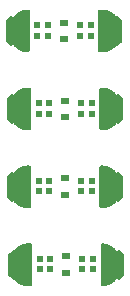
<source format=gbr>
%TF.GenerationSoftware,KiCad,Pcbnew,7.0.7*%
%TF.CreationDate,2023-12-01T17:39:10+08:00*%
%TF.ProjectId,Adafruit LED Sequin-WithRails,41646166-7275-4697-9420-4c4544205365,rev?*%
%TF.SameCoordinates,Original*%
%TF.FileFunction,Soldermask,Top*%
%TF.FilePolarity,Negative*%
%FSLAX46Y46*%
G04 Gerber Fmt 4.6, Leading zero omitted, Abs format (unit mm)*
G04 Created by KiCad (PCBNEW 7.0.7) date 2023-12-01 17:39:10*
%MOMM*%
%LPD*%
G01*
G04 APERTURE LIST*
%ADD10C,0.500000*%
%ADD11R,0.500000X0.500000*%
%ADD12R,0.800000X0.600000*%
G04 APERTURE END LIST*
D10*
%TO.C,REF\u002A\u002A*%
X54463268Y-62199988D03*
%TD*%
%TO.C,REF\u002A\u002A*%
X54363268Y-48999988D03*
%TD*%
%TO.C,REF\u002A\u002A*%
X45536715Y-57599988D03*
%TD*%
D11*
%TO.C,LED0*%
X51350005Y-62699977D03*
X51350005Y-63599977D03*
X52250005Y-63599977D03*
X52250005Y-62699977D03*
%TD*%
D10*
%TO.C,REF\u002A\u002A*%
X54363279Y-50999988D03*
%TD*%
D11*
%TO.C,LED0*%
X51250005Y-49499977D03*
X51250005Y-50399977D03*
X52150005Y-50399977D03*
X52150005Y-49499977D03*
%TD*%
%TO.C,LED0*%
X48750005Y-70199977D03*
X48750005Y-69299977D03*
X47850005Y-69299977D03*
X47850005Y-70199977D03*
%TD*%
D10*
%TO.C,REF\u002A\u002A*%
X45401002Y-63199987D03*
%TD*%
D11*
%TO.C,LED0*%
X48550005Y-50399977D03*
X48550005Y-49499977D03*
X47650005Y-49499977D03*
X47650005Y-50399977D03*
%TD*%
D10*
%TO.C,REF\u002A\u002A*%
X54499005Y-49999987D03*
%TD*%
D12*
%TO.C,REF\u002A\u002A*%
X50000000Y-57300000D03*
X50000000Y-55900000D03*
%TD*%
D11*
%TO.C,LED0*%
X48650000Y-56999977D03*
X48650000Y-56099977D03*
X47750000Y-56099977D03*
X47750000Y-56999977D03*
%TD*%
D10*
%TO.C,REF\u002A\u002A*%
X54563279Y-70799988D03*
%TD*%
%TO.C,REF\u002A\u002A*%
X54463279Y-64199988D03*
%TD*%
%TO.C,REF\u002A\u002A*%
X54463274Y-57599988D03*
%TD*%
%TO.C,REF\u002A\u002A*%
X45636731Y-68799988D03*
%TD*%
%TO.C,REF\u002A\u002A*%
X45636720Y-70799988D03*
%TD*%
%TO.C,REF\u002A\u002A*%
X45536731Y-62199988D03*
%TD*%
D12*
%TO.C,REF\u002A\u002A*%
X50100005Y-70500000D03*
X50100005Y-69100000D03*
%TD*%
D11*
%TO.C,LED0*%
X51350000Y-56099977D03*
X51350000Y-56999977D03*
X52250000Y-56999977D03*
X52250000Y-56099977D03*
%TD*%
D10*
%TO.C,REF\u002A\u002A*%
X45501002Y-69799987D03*
%TD*%
D12*
%TO.C,REF\u002A\u002A*%
X49900005Y-50700000D03*
X49900005Y-49300000D03*
%TD*%
D10*
%TO.C,REF\u002A\u002A*%
X54599005Y-63199987D03*
%TD*%
D11*
%TO.C,LED0*%
X51450005Y-69299977D03*
X51450005Y-70199977D03*
X52350005Y-70199977D03*
X52350005Y-69299977D03*
%TD*%
D10*
%TO.C,REF\u002A\u002A*%
X54463263Y-55599988D03*
%TD*%
%TO.C,REF\u002A\u002A*%
X54563268Y-68799988D03*
%TD*%
%TO.C,REF\u002A\u002A*%
X45436731Y-48999988D03*
%TD*%
%TO.C,REF\u002A\u002A*%
X45400997Y-56599987D03*
%TD*%
%TO.C,REF\u002A\u002A*%
X45436720Y-50999988D03*
%TD*%
%TO.C,REF\u002A\u002A*%
X54599000Y-56599987D03*
%TD*%
%TO.C,REF\u002A\u002A*%
X45536726Y-55599988D03*
%TD*%
%TO.C,REF\u002A\u002A*%
X45536720Y-64199988D03*
%TD*%
D12*
%TO.C,REF\u002A\u002A*%
X50000005Y-63900000D03*
X50000005Y-62500000D03*
%TD*%
D10*
%TO.C,REF\u002A\u002A*%
X45301002Y-49999987D03*
%TD*%
%TO.C,REF\u002A\u002A*%
X54699005Y-69799987D03*
%TD*%
D11*
%TO.C,LED0*%
X48650005Y-63599977D03*
X48650005Y-62699977D03*
X47750005Y-62699977D03*
X47750005Y-63599977D03*
%TD*%
G36*
X47142120Y-68019023D02*
G01*
X47188613Y-68072678D01*
X47200000Y-68125021D01*
X47200000Y-71475000D01*
X47179998Y-71543121D01*
X47126342Y-71589614D01*
X47074000Y-71601000D01*
X46799999Y-71601000D01*
X46728355Y-71599145D01*
X46725044Y-71598972D01*
X46655218Y-71593478D01*
X46651936Y-71593133D01*
X46582437Y-71583984D01*
X46579178Y-71583468D01*
X46510351Y-71570710D01*
X46507127Y-71570025D01*
X46439029Y-71553678D01*
X46435842Y-71552825D01*
X46368672Y-71532929D01*
X46365532Y-71531909D01*
X46299446Y-71508506D01*
X46296366Y-71507323D01*
X46231658Y-71480519D01*
X46228646Y-71479178D01*
X46165474Y-71449047D01*
X46162535Y-71447550D01*
X46100958Y-71414118D01*
X46098101Y-71412468D01*
X46038334Y-71375843D01*
X46035567Y-71374046D01*
X45977861Y-71334384D01*
X45975192Y-71332445D01*
X45919635Y-71289814D01*
X45917073Y-71287739D01*
X45863814Y-71242254D01*
X45861364Y-71240047D01*
X45810563Y-71191843D01*
X45808228Y-71189508D01*
X45759961Y-71138644D01*
X45757754Y-71136192D01*
X45712271Y-71082938D01*
X45710195Y-71080374D01*
X45667550Y-71024796D01*
X45665612Y-71022128D01*
X45625965Y-70964441D01*
X45624168Y-70961674D01*
X45587549Y-70901917D01*
X45585899Y-70899060D01*
X45552484Y-70837518D01*
X45550987Y-70834580D01*
X45534498Y-70800011D01*
X45326000Y-70800011D01*
X45257879Y-70780009D01*
X45211386Y-70726353D01*
X45200000Y-70674011D01*
X45200000Y-68926011D01*
X45220002Y-68857890D01*
X45273658Y-68811397D01*
X45326000Y-68800011D01*
X45534509Y-68800011D01*
X45550987Y-68765465D01*
X45552484Y-68762526D01*
X45585899Y-68700984D01*
X45587549Y-68698127D01*
X45624168Y-68638370D01*
X45625965Y-68635603D01*
X45665612Y-68577916D01*
X45667550Y-68575248D01*
X45710195Y-68519670D01*
X45712271Y-68517106D01*
X45757754Y-68463852D01*
X45759961Y-68461400D01*
X45808228Y-68410536D01*
X45810563Y-68408201D01*
X45861364Y-68359997D01*
X45863814Y-68357790D01*
X45917073Y-68312305D01*
X45919635Y-68310230D01*
X45975183Y-68267606D01*
X45977853Y-68265666D01*
X46035614Y-68225968D01*
X46038382Y-68224171D01*
X46098108Y-68187573D01*
X46100964Y-68185924D01*
X46162534Y-68152495D01*
X46165473Y-68150997D01*
X46228642Y-68120867D01*
X46231656Y-68119526D01*
X46296412Y-68092702D01*
X46299493Y-68091520D01*
X46365488Y-68068150D01*
X46368624Y-68067131D01*
X46435780Y-68047237D01*
X46438968Y-68046383D01*
X46507130Y-68030018D01*
X46510358Y-68029332D01*
X46579244Y-68016566D01*
X46582503Y-68016050D01*
X46651929Y-68006911D01*
X46655208Y-68006567D01*
X46725005Y-68001073D01*
X46728300Y-68000900D01*
X46799994Y-67999023D01*
X47073999Y-67999021D01*
X47142120Y-68019023D01*
G37*
G36*
X47042120Y-61419015D02*
G01*
X47088613Y-61472670D01*
X47100000Y-61525013D01*
X47100000Y-64875000D01*
X47079998Y-64943121D01*
X47026342Y-64989614D01*
X46974000Y-65001000D01*
X46800000Y-65001000D01*
X46728363Y-64999137D01*
X46725059Y-64998965D01*
X46655214Y-64993469D01*
X46651932Y-64993125D01*
X46582494Y-64983984D01*
X46579235Y-64983468D01*
X46510309Y-64970692D01*
X46507084Y-64970007D01*
X46439019Y-64953667D01*
X46435833Y-64952813D01*
X46368659Y-64932916D01*
X46365521Y-64931897D01*
X46299510Y-64908522D01*
X46296431Y-64907339D01*
X46231656Y-64880510D01*
X46228641Y-64879167D01*
X46165421Y-64849011D01*
X46162482Y-64847514D01*
X46100915Y-64814084D01*
X46098059Y-64812435D01*
X46038344Y-64775840D01*
X46035578Y-64774044D01*
X45977896Y-64734400D01*
X45975228Y-64732461D01*
X45919601Y-64689779D01*
X45917035Y-64687701D01*
X45863778Y-64642211D01*
X45861327Y-64640005D01*
X45810517Y-64591787D01*
X45808184Y-64589454D01*
X45760001Y-64538679D01*
X45757795Y-64536229D01*
X45712307Y-64482973D01*
X45710229Y-64480407D01*
X45667545Y-64424780D01*
X45665605Y-64422109D01*
X45625941Y-64364393D01*
X45624145Y-64361627D01*
X45587546Y-64301902D01*
X45585897Y-64299046D01*
X45552494Y-64237524D01*
X45550996Y-64234586D01*
X45534501Y-64200006D01*
X45226000Y-64200006D01*
X45157879Y-64180004D01*
X45111386Y-64126348D01*
X45100000Y-64074006D01*
X45100000Y-62326006D01*
X45120002Y-62257885D01*
X45173658Y-62211392D01*
X45226000Y-62200006D01*
X45534507Y-62200006D01*
X45550987Y-62165456D01*
X45552485Y-62162516D01*
X45585898Y-62100980D01*
X45587546Y-62098124D01*
X45624145Y-62038399D01*
X45625941Y-62035633D01*
X45665605Y-61977917D01*
X45667545Y-61975246D01*
X45710229Y-61919619D01*
X45712307Y-61917053D01*
X45757796Y-61863797D01*
X45760002Y-61861346D01*
X45808220Y-61810536D01*
X45810553Y-61808203D01*
X45861328Y-61760020D01*
X45863778Y-61757814D01*
X45917035Y-61712325D01*
X45919601Y-61710247D01*
X45975228Y-61667565D01*
X45977896Y-61665626D01*
X46035578Y-61625982D01*
X46038344Y-61624186D01*
X46098059Y-61587591D01*
X46100915Y-61585942D01*
X46162482Y-61552512D01*
X46165421Y-61551015D01*
X46228641Y-61520859D01*
X46231656Y-61519516D01*
X46296431Y-61492687D01*
X46299510Y-61491504D01*
X46365521Y-61468129D01*
X46368659Y-61467110D01*
X46435833Y-61447213D01*
X46439019Y-61446359D01*
X46507084Y-61430019D01*
X46510309Y-61429334D01*
X46579235Y-61416558D01*
X46582494Y-61416042D01*
X46651932Y-61406901D01*
X46655214Y-61406557D01*
X46725054Y-61401062D01*
X46728348Y-61400889D01*
X46799994Y-61399014D01*
X46973999Y-61399013D01*
X47042120Y-61419015D01*
G37*
G36*
X53271652Y-68000899D02*
G01*
X53274925Y-68001071D01*
X53344770Y-68006566D01*
X53348052Y-68006911D01*
X53417543Y-68016059D01*
X53420802Y-68016576D01*
X53489690Y-68029345D01*
X53492916Y-68030031D01*
X53561011Y-68046380D01*
X53564197Y-68047234D01*
X53631364Y-68067131D01*
X53634500Y-68068150D01*
X53700495Y-68091520D01*
X53703576Y-68092702D01*
X53768333Y-68119526D01*
X53771348Y-68120868D01*
X53834567Y-68151024D01*
X53837506Y-68152521D01*
X53899073Y-68185951D01*
X53901929Y-68187600D01*
X53961644Y-68224195D01*
X53964410Y-68225991D01*
X54022100Y-68265640D01*
X54024768Y-68267578D01*
X54080337Y-68310217D01*
X54082902Y-68312294D01*
X54136212Y-68357826D01*
X54138664Y-68360033D01*
X54189479Y-68408255D01*
X54191813Y-68410589D01*
X54240019Y-68461392D01*
X54242225Y-68463842D01*
X54287716Y-68517106D01*
X54289793Y-68519670D01*
X54332438Y-68575248D01*
X54334376Y-68577916D01*
X54374023Y-68635603D01*
X54375820Y-68638370D01*
X54412440Y-68698130D01*
X54414090Y-68700987D01*
X54447525Y-68762569D01*
X54449022Y-68765508D01*
X54465478Y-68800009D01*
X54465480Y-68800011D01*
X54874000Y-68800011D01*
X54942121Y-68820013D01*
X54988614Y-68873669D01*
X55000000Y-68926011D01*
X55000000Y-70674011D01*
X54979998Y-70742132D01*
X54926342Y-70788625D01*
X54874000Y-70800011D01*
X54465490Y-70800011D01*
X54449000Y-70834581D01*
X54447503Y-70837519D01*
X54414090Y-70899055D01*
X54412442Y-70901911D01*
X54375843Y-70961636D01*
X54374047Y-70964402D01*
X54334383Y-71022118D01*
X54332443Y-71024789D01*
X54289759Y-71080416D01*
X54287681Y-71082982D01*
X54242192Y-71136238D01*
X54239986Y-71138689D01*
X54191768Y-71189499D01*
X54189436Y-71191831D01*
X54138663Y-71240013D01*
X54136212Y-71242220D01*
X54082902Y-71287751D01*
X54080337Y-71289827D01*
X54024768Y-71332466D01*
X54022100Y-71334404D01*
X53964410Y-71374053D01*
X53961644Y-71375849D01*
X53901929Y-71412444D01*
X53899073Y-71414093D01*
X53837506Y-71447523D01*
X53834567Y-71449020D01*
X53771348Y-71479176D01*
X53768333Y-71480518D01*
X53703576Y-71507342D01*
X53700495Y-71508524D01*
X53634500Y-71531894D01*
X53631364Y-71532913D01*
X53564197Y-71552810D01*
X53561011Y-71553664D01*
X53492916Y-71570013D01*
X53489690Y-71570699D01*
X53420802Y-71583468D01*
X53417543Y-71583985D01*
X53348053Y-71593133D01*
X53344770Y-71593478D01*
X53274935Y-71598973D01*
X53271642Y-71599146D01*
X53199994Y-71601022D01*
X53125998Y-71601021D01*
X53057878Y-71581018D01*
X53011386Y-71527362D01*
X53000000Y-71475021D01*
X53000000Y-68125000D01*
X53020002Y-68056879D01*
X53073658Y-68010386D01*
X53126000Y-67999000D01*
X53200000Y-67999000D01*
X53271652Y-68000899D01*
G37*
G36*
X46942121Y-48218998D02*
G01*
X46988614Y-48272654D01*
X47000000Y-48324996D01*
X47000000Y-51674999D01*
X46979998Y-51743120D01*
X46926342Y-51789613D01*
X46874002Y-51800999D01*
X46800000Y-51801000D01*
X46728340Y-51799118D01*
X46725052Y-51798946D01*
X46655214Y-51793451D01*
X46651932Y-51793107D01*
X46582495Y-51783966D01*
X46579236Y-51783450D01*
X46510306Y-51770674D01*
X46507078Y-51769988D01*
X46438976Y-51753637D01*
X46435790Y-51752783D01*
X46368624Y-51732886D01*
X46365488Y-51731867D01*
X46299493Y-51708497D01*
X46296412Y-51707315D01*
X46231656Y-51680491D01*
X46228642Y-51679150D01*
X46165473Y-51649020D01*
X46162534Y-51647522D01*
X46100964Y-51614093D01*
X46098108Y-51612444D01*
X46038382Y-51575846D01*
X46035614Y-51574049D01*
X45977838Y-51534340D01*
X45975168Y-51532401D01*
X45919617Y-51489773D01*
X45917054Y-51487698D01*
X45863806Y-51442220D01*
X45861356Y-51440014D01*
X45810563Y-51391816D01*
X45808228Y-51389481D01*
X45759961Y-51338617D01*
X45757754Y-51336165D01*
X45712271Y-51282911D01*
X45710195Y-51280347D01*
X45667550Y-51224769D01*
X45665612Y-51222101D01*
X45625965Y-51164414D01*
X45624168Y-51161647D01*
X45587548Y-51101889D01*
X45585899Y-51099032D01*
X45552492Y-51037504D01*
X45550996Y-51034568D01*
X45534505Y-50999998D01*
X45126000Y-50999998D01*
X45057879Y-50979996D01*
X45011386Y-50926340D01*
X45000000Y-50873998D01*
X45000000Y-49125998D01*
X45020002Y-49057877D01*
X45073658Y-49011384D01*
X45126000Y-48999998D01*
X45534502Y-48999998D01*
X45550991Y-48965430D01*
X45552489Y-48962491D01*
X45585897Y-48900962D01*
X45587546Y-48898106D01*
X45624145Y-48838381D01*
X45625941Y-48835615D01*
X45665610Y-48777892D01*
X45667550Y-48775222D01*
X45710195Y-48719643D01*
X45712272Y-48717079D01*
X45757763Y-48663815D01*
X45759969Y-48661365D01*
X45808175Y-48610562D01*
X45810509Y-48608228D01*
X45861328Y-48560002D01*
X45863778Y-48557796D01*
X45917050Y-48512295D01*
X45919614Y-48510219D01*
X45975177Y-48467582D01*
X45977846Y-48465643D01*
X46035567Y-48425972D01*
X46038334Y-48424175D01*
X46098101Y-48387549D01*
X46100958Y-48385900D01*
X46162540Y-48352464D01*
X46165480Y-48350966D01*
X46228681Y-48320823D01*
X46231695Y-48319481D01*
X46296434Y-48292667D01*
X46299513Y-48291485D01*
X46365521Y-48268111D01*
X46368659Y-48267092D01*
X46435833Y-48247195D01*
X46439019Y-48246341D01*
X46507078Y-48230002D01*
X46510302Y-48229317D01*
X46579183Y-48216549D01*
X46582443Y-48216032D01*
X46651897Y-48206888D01*
X46655176Y-48206543D01*
X46724991Y-48201046D01*
X46728288Y-48200873D01*
X46799996Y-48198996D01*
X46874000Y-48198996D01*
X46942121Y-48218998D01*
G37*
G36*
X53271707Y-54800883D02*
G01*
X53274998Y-54801055D01*
X53344817Y-54806552D01*
X53348097Y-54806897D01*
X53417489Y-54816033D01*
X53420745Y-54816549D01*
X53489644Y-54829317D01*
X53492871Y-54830003D01*
X53560967Y-54846350D01*
X53564155Y-54847204D01*
X53631357Y-54867110D01*
X53634496Y-54868130D01*
X53700543Y-54891521D01*
X53703622Y-54892703D01*
X53768330Y-54919507D01*
X53771342Y-54920848D01*
X53834514Y-54950979D01*
X53837453Y-54952476D01*
X53899029Y-54985908D01*
X53901887Y-54987558D01*
X53961646Y-55024178D01*
X53964413Y-55025975D01*
X54022100Y-55065622D01*
X54024768Y-55067560D01*
X54080346Y-55110205D01*
X54082910Y-55112282D01*
X54136174Y-55157773D01*
X54138624Y-55159979D01*
X54189425Y-55208183D01*
X54191760Y-55210518D01*
X54240027Y-55261382D01*
X54242234Y-55263834D01*
X54287717Y-55317088D01*
X54289793Y-55319652D01*
X54332438Y-55375230D01*
X54334376Y-55377898D01*
X54374023Y-55435585D01*
X54375820Y-55438352D01*
X54412440Y-55498110D01*
X54414089Y-55500967D01*
X54447495Y-55562494D01*
X54448991Y-55565430D01*
X54465483Y-55600000D01*
X54465485Y-55600002D01*
X54773995Y-55600002D01*
X54842116Y-55620004D01*
X54888609Y-55673660D01*
X54899995Y-55726002D01*
X54899995Y-57474002D01*
X54879993Y-57542123D01*
X54826337Y-57588616D01*
X54773995Y-57600002D01*
X54465486Y-57600002D01*
X54448996Y-57634570D01*
X54447499Y-57637508D01*
X54414089Y-57699042D01*
X54412439Y-57701899D01*
X54375820Y-57761656D01*
X54374023Y-57764423D01*
X54334376Y-57822110D01*
X54332438Y-57824778D01*
X54289793Y-57880356D01*
X54287716Y-57882920D01*
X54242225Y-57936184D01*
X54240019Y-57938634D01*
X54191815Y-57989435D01*
X54189481Y-57991769D01*
X54138624Y-58040030D01*
X54136172Y-58042237D01*
X54082933Y-58087707D01*
X54080371Y-58089783D01*
X54024820Y-58132410D01*
X54022150Y-58134349D01*
X53964374Y-58174058D01*
X53961606Y-58175855D01*
X53901880Y-58212453D01*
X53899024Y-58214102D01*
X53837454Y-58247531D01*
X53834515Y-58249029D01*
X53771346Y-58279159D01*
X53768332Y-58280500D01*
X53703576Y-58307324D01*
X53700495Y-58308506D01*
X53634500Y-58331876D01*
X53631364Y-58332895D01*
X53564198Y-58352792D01*
X53561012Y-58353646D01*
X53492910Y-58369997D01*
X53489681Y-58370684D01*
X53420753Y-58383458D01*
X53417496Y-58383974D01*
X53348097Y-58393111D01*
X53344817Y-58393456D01*
X53274996Y-58398953D01*
X53271701Y-58399126D01*
X53199995Y-58401004D01*
X53025994Y-58401003D01*
X52957874Y-58381001D01*
X52911381Y-58327345D01*
X52899995Y-58275003D01*
X52899995Y-54925000D01*
X52919997Y-54856879D01*
X52973653Y-54810386D01*
X53025995Y-54799000D01*
X53200000Y-54799000D01*
X53271707Y-54800883D01*
G37*
G36*
X47042114Y-54819006D02*
G01*
X47088607Y-54872661D01*
X47099994Y-54925004D01*
X47099995Y-58275000D01*
X47079993Y-58343121D01*
X47026337Y-58389614D01*
X46973995Y-58401000D01*
X46800000Y-58401000D01*
X46728352Y-58399128D01*
X46725056Y-58398955D01*
X46655214Y-58393460D01*
X46651932Y-58393116D01*
X46582494Y-58383975D01*
X46579235Y-58383459D01*
X46510309Y-58370683D01*
X46507084Y-58369998D01*
X46439019Y-58353658D01*
X46435833Y-58352804D01*
X46368659Y-58332907D01*
X46365521Y-58331888D01*
X46299510Y-58308513D01*
X46296431Y-58307330D01*
X46231656Y-58280501D01*
X46228641Y-58279158D01*
X46165421Y-58249002D01*
X46162482Y-58247505D01*
X46100915Y-58214075D01*
X46098059Y-58212426D01*
X46038344Y-58175831D01*
X46035578Y-58174035D01*
X45977896Y-58134391D01*
X45975228Y-58132452D01*
X45919601Y-58089770D01*
X45917035Y-58087692D01*
X45863778Y-58042202D01*
X45861327Y-58039996D01*
X45810517Y-57991778D01*
X45808184Y-57989445D01*
X45760001Y-57938670D01*
X45757795Y-57936220D01*
X45712307Y-57882964D01*
X45710229Y-57880398D01*
X45667545Y-57824771D01*
X45665605Y-57822100D01*
X45625941Y-57764384D01*
X45624145Y-57761618D01*
X45587546Y-57701893D01*
X45585897Y-57699037D01*
X45552489Y-57637508D01*
X45550991Y-57634569D01*
X45534502Y-57600002D01*
X45225995Y-57600002D01*
X45157874Y-57580000D01*
X45111381Y-57526344D01*
X45099995Y-57474002D01*
X45099995Y-55726002D01*
X45119997Y-55657881D01*
X45173653Y-55611388D01*
X45225995Y-55600002D01*
X45534504Y-55600002D01*
X45534505Y-55600001D01*
X45550996Y-55565431D01*
X45552493Y-55562494D01*
X45585897Y-55500972D01*
X45587546Y-55498115D01*
X45624145Y-55438390D01*
X45625941Y-55435624D01*
X45665605Y-55377908D01*
X45667545Y-55375237D01*
X45710229Y-55319610D01*
X45712307Y-55317044D01*
X45757796Y-55263788D01*
X45760002Y-55261337D01*
X45808220Y-55210527D01*
X45810553Y-55208194D01*
X45861329Y-55160011D01*
X45863779Y-55157805D01*
X45917050Y-55112304D01*
X45919614Y-55110228D01*
X45975177Y-55067591D01*
X45977846Y-55065652D01*
X46035567Y-55025981D01*
X46038334Y-55024184D01*
X46098101Y-54987558D01*
X46100958Y-54985908D01*
X46162535Y-54952476D01*
X46165474Y-54950979D01*
X46228646Y-54920848D01*
X46231658Y-54919507D01*
X46296366Y-54892703D01*
X46299445Y-54891521D01*
X46365492Y-54868130D01*
X46368631Y-54867110D01*
X46435833Y-54847204D01*
X46439021Y-54846350D01*
X46507117Y-54830003D01*
X46510344Y-54829317D01*
X46579243Y-54816549D01*
X46582499Y-54816033D01*
X46651891Y-54806897D01*
X46655171Y-54806552D01*
X46724992Y-54801055D01*
X46728288Y-54800882D01*
X46799995Y-54799005D01*
X46973993Y-54799004D01*
X47042114Y-54819006D01*
G37*
G36*
X53199999Y-48199000D02*
G01*
X53271694Y-48200873D01*
X53274994Y-48201046D01*
X53344817Y-48206543D01*
X53348097Y-48206888D01*
X53417489Y-48216024D01*
X53420745Y-48216540D01*
X53489644Y-48229308D01*
X53492871Y-48229994D01*
X53560967Y-48246341D01*
X53564155Y-48247195D01*
X53631357Y-48267101D01*
X53634496Y-48268121D01*
X53700543Y-48291512D01*
X53703622Y-48292694D01*
X53768330Y-48319498D01*
X53771342Y-48320839D01*
X53834514Y-48350970D01*
X53837453Y-48352467D01*
X53899029Y-48385899D01*
X53901887Y-48387549D01*
X53961646Y-48424169D01*
X53964413Y-48425966D01*
X54022100Y-48465613D01*
X54024768Y-48467551D01*
X54080346Y-48510196D01*
X54082910Y-48512273D01*
X54136174Y-48557764D01*
X54138624Y-48559970D01*
X54189425Y-48608174D01*
X54191760Y-48610509D01*
X54240027Y-48661373D01*
X54242234Y-48663825D01*
X54287717Y-48717079D01*
X54289793Y-48719643D01*
X54332438Y-48775221D01*
X54334376Y-48777889D01*
X54374023Y-48835576D01*
X54375820Y-48838343D01*
X54412439Y-48898100D01*
X54414089Y-48900957D01*
X54447499Y-48962492D01*
X54448996Y-48965429D01*
X54465485Y-48999997D01*
X54465486Y-48999998D01*
X54674000Y-48999998D01*
X54742121Y-49020000D01*
X54788614Y-49073656D01*
X54800000Y-49125998D01*
X54800000Y-50873998D01*
X54779998Y-50942119D01*
X54726342Y-50988612D01*
X54674000Y-50999998D01*
X54465485Y-50999998D01*
X54465482Y-50999999D01*
X54448991Y-51034570D01*
X54447495Y-51037505D01*
X54414091Y-51099027D01*
X54412442Y-51101884D01*
X54375843Y-51161609D01*
X54374047Y-51164375D01*
X54334383Y-51222091D01*
X54332443Y-51224762D01*
X54289759Y-51280389D01*
X54287681Y-51282955D01*
X54242192Y-51336211D01*
X54239986Y-51338662D01*
X54191768Y-51389472D01*
X54189435Y-51391805D01*
X54138660Y-51439988D01*
X54136210Y-51442194D01*
X54082953Y-51487683D01*
X54080387Y-51489761D01*
X54024760Y-51532443D01*
X54022092Y-51534382D01*
X53964410Y-51574026D01*
X53961644Y-51575822D01*
X53901929Y-51612417D01*
X53899073Y-51614066D01*
X53837506Y-51647496D01*
X53834567Y-51648993D01*
X53771347Y-51679149D01*
X53768332Y-51680492D01*
X53703557Y-51707321D01*
X53700478Y-51708504D01*
X53634467Y-51731879D01*
X53631329Y-51732898D01*
X53564155Y-51752795D01*
X53560969Y-51753649D01*
X53492904Y-51769989D01*
X53489679Y-51770674D01*
X53420753Y-51783450D01*
X53417494Y-51783966D01*
X53348056Y-51793107D01*
X53344774Y-51793451D01*
X53274934Y-51798946D01*
X53271642Y-51799119D01*
X53199996Y-51800995D01*
X52926000Y-51800995D01*
X52857879Y-51780993D01*
X52811386Y-51727337D01*
X52800000Y-51674995D01*
X52799999Y-48324999D01*
X52820001Y-48256878D01*
X52873657Y-48210385D01*
X52925999Y-48198999D01*
X53199999Y-48199000D01*
G37*
G36*
X53271640Y-61400889D02*
G01*
X53274921Y-61401061D01*
X53344770Y-61406557D01*
X53348052Y-61406902D01*
X53417543Y-61416050D01*
X53420802Y-61416567D01*
X53489685Y-61429335D01*
X53492910Y-61430020D01*
X53560969Y-61446359D01*
X53564155Y-61447213D01*
X53631316Y-61467106D01*
X53634456Y-61468126D01*
X53700542Y-61491529D01*
X53703622Y-61492712D01*
X53768330Y-61519516D01*
X53771342Y-61520857D01*
X53834514Y-61550988D01*
X53837454Y-61552486D01*
X53899024Y-61585915D01*
X53901880Y-61587564D01*
X53961606Y-61624162D01*
X53964374Y-61625959D01*
X54022150Y-61665668D01*
X54024820Y-61667607D01*
X54080371Y-61710235D01*
X54082934Y-61712310D01*
X54136182Y-61757788D01*
X54138632Y-61759994D01*
X54189425Y-61808192D01*
X54191760Y-61810527D01*
X54240027Y-61861391D01*
X54242234Y-61863843D01*
X54287717Y-61917097D01*
X54289793Y-61919661D01*
X54332438Y-61975239D01*
X54334376Y-61977907D01*
X54374023Y-62035594D01*
X54375820Y-62038361D01*
X54412439Y-62098118D01*
X54414089Y-62100975D01*
X54447503Y-62162516D01*
X54449001Y-62165455D01*
X54465482Y-62200006D01*
X54774000Y-62200006D01*
X54842121Y-62220008D01*
X54888614Y-62273664D01*
X54900000Y-62326006D01*
X54900000Y-64074006D01*
X54879998Y-64142127D01*
X54826342Y-64188620D01*
X54774000Y-64200006D01*
X54465488Y-64200006D01*
X54465486Y-64200007D01*
X54448991Y-64234587D01*
X54447495Y-64237524D01*
X54414089Y-64299050D01*
X54412440Y-64301907D01*
X54375820Y-64361665D01*
X54374023Y-64364432D01*
X54334376Y-64422119D01*
X54332438Y-64424787D01*
X54289793Y-64480365D01*
X54287716Y-64482929D01*
X54242225Y-64536193D01*
X54240019Y-64538643D01*
X54191815Y-64589444D01*
X54189481Y-64591778D01*
X54138624Y-64640039D01*
X54136172Y-64642246D01*
X54082933Y-64687716D01*
X54080371Y-64689792D01*
X54024820Y-64732419D01*
X54022150Y-64734358D01*
X53964374Y-64774067D01*
X53961606Y-64775864D01*
X53901880Y-64812462D01*
X53899024Y-64814111D01*
X53837454Y-64847540D01*
X53834515Y-64849038D01*
X53771346Y-64879168D01*
X53768332Y-64880509D01*
X53703576Y-64907333D01*
X53700495Y-64908515D01*
X53634500Y-64931885D01*
X53631364Y-64932904D01*
X53564198Y-64952801D01*
X53561012Y-64953655D01*
X53492910Y-64970006D01*
X53489681Y-64970693D01*
X53420753Y-64983467D01*
X53417496Y-64983983D01*
X53348097Y-64993120D01*
X53344817Y-64993465D01*
X53274996Y-64998962D01*
X53271701Y-64999135D01*
X53199995Y-65001013D01*
X53025999Y-65001012D01*
X52957879Y-64981010D01*
X52911386Y-64927354D01*
X52900000Y-64875012D01*
X52900000Y-61525000D01*
X52920002Y-61456879D01*
X52973658Y-61410386D01*
X53026000Y-61399000D01*
X53200000Y-61399000D01*
X53271640Y-61400889D01*
G37*
M02*

</source>
